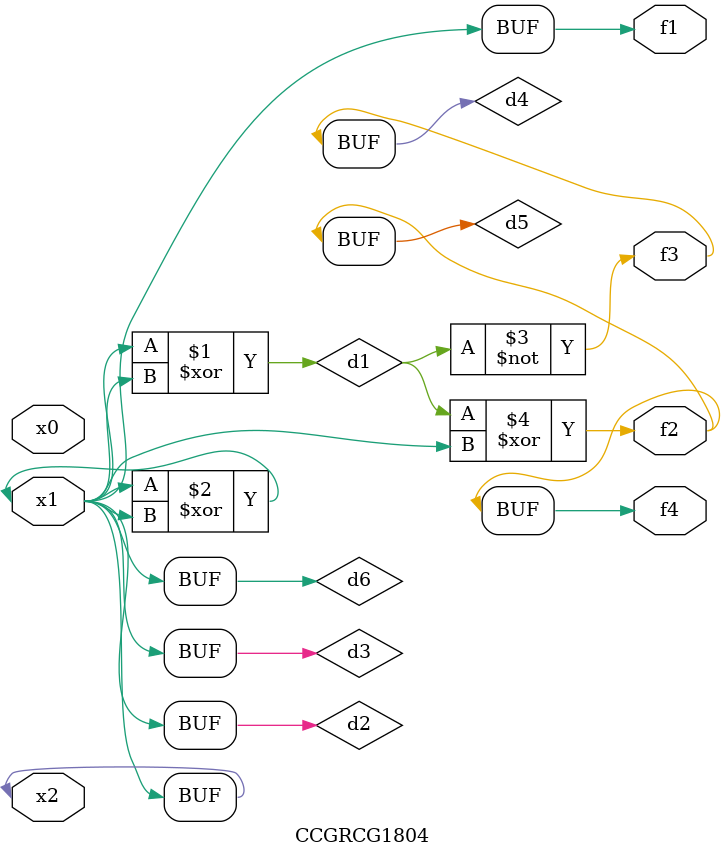
<source format=v>
module CCGRCG1804(
	input x0, x1, x2,
	output f1, f2, f3, f4
);

	wire d1, d2, d3, d4, d5, d6;

	xor (d1, x1, x2);
	buf (d2, x1, x2);
	xor (d3, x1, x2);
	nor (d4, d1);
	xor (d5, d1, d2);
	buf (d6, d2, d3);
	assign f1 = d6;
	assign f2 = d5;
	assign f3 = d4;
	assign f4 = d5;
endmodule

</source>
